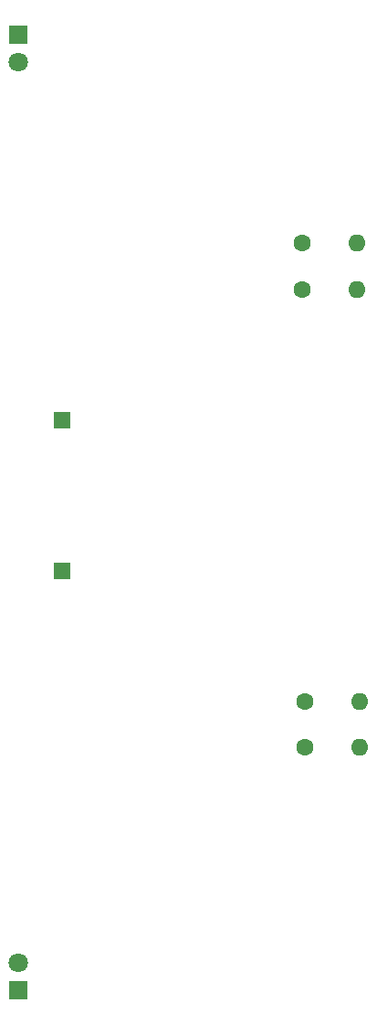
<source format=gbs>
%TF.GenerationSoftware,KiCad,Pcbnew,7.0.10*%
%TF.CreationDate,2024-11-15T17:15:35-05:00*%
%TF.ProjectId,plane,706c616e-652e-46b6-9963-61645f706362,rev?*%
%TF.SameCoordinates,Original*%
%TF.FileFunction,Soldermask,Bot*%
%TF.FilePolarity,Negative*%
%FSLAX46Y46*%
G04 Gerber Fmt 4.6, Leading zero omitted, Abs format (unit mm)*
G04 Created by KiCad (PCBNEW 7.0.10) date 2024-11-15 17:15:35*
%MOMM*%
%LPD*%
G01*
G04 APERTURE LIST*
G04 Aperture macros list*
%AMRoundRect*
0 Rectangle with rounded corners*
0 $1 Rounding radius*
0 $2 $3 $4 $5 $6 $7 $8 $9 X,Y pos of 4 corners*
0 Add a 4 corners polygon primitive as box body*
4,1,4,$2,$3,$4,$5,$6,$7,$8,$9,$2,$3,0*
0 Add four circle primitives for the rounded corners*
1,1,$1+$1,$2,$3*
1,1,$1+$1,$4,$5*
1,1,$1+$1,$6,$7*
1,1,$1+$1,$8,$9*
0 Add four rect primitives between the rounded corners*
20,1,$1+$1,$2,$3,$4,$5,0*
20,1,$1+$1,$4,$5,$6,$7,0*
20,1,$1+$1,$6,$7,$8,$9,0*
20,1,$1+$1,$8,$9,$2,$3,0*%
G04 Aperture macros list end*
%ADD10RoundRect,0.250000X-0.550000X-0.550000X0.550000X-0.550000X0.550000X0.550000X-0.550000X0.550000X0*%
%ADD11C,1.600000*%
%ADD12O,1.600000X1.600000*%
%ADD13R,1.800000X1.800000*%
%ADD14C,1.800000*%
G04 APERTURE END LIST*
D10*
%TO.C,GND*%
X99060000Y-129540000D03*
%TD*%
%TO.C,3V*%
X99060000Y-115570000D03*
%TD*%
D11*
%TO.C,R3*%
X121285000Y-103505000D03*
D12*
X126365000Y-103505000D03*
%TD*%
D13*
%TO.C,D2*%
X94996000Y-168402000D03*
D14*
X94996000Y-165862000D03*
%TD*%
D11*
%TO.C,R2*%
X121506638Y-145943629D03*
D12*
X126586638Y-145943629D03*
%TD*%
D11*
%TO.C,R1*%
X121316161Y-99155088D03*
D12*
X126396161Y-99155088D03*
%TD*%
D14*
%TO.C,D1*%
X94996000Y-82367895D03*
D13*
X94996000Y-79827895D03*
%TD*%
D11*
%TO.C,R4*%
X121506789Y-141673385D03*
D12*
X126586789Y-141673385D03*
%TD*%
M02*

</source>
